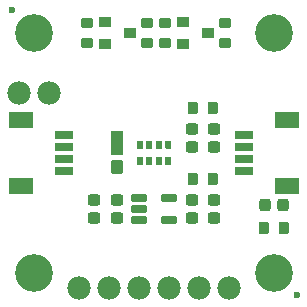
<source format=gts>
%TF.GenerationSoftware,KiCad,Pcbnew,9.0.0*%
%TF.CreationDate,2025-04-11T12:54:07-06:00*%
%TF.ProjectId,SparkFun_AS7343_Qwiic,53706172-6b46-4756-9e5f-415337333433,v01*%
%TF.SameCoordinates,Original*%
%TF.FileFunction,Soldermask,Top*%
%TF.FilePolarity,Negative*%
%FSLAX46Y46*%
G04 Gerber Fmt 4.6, Leading zero omitted, Abs format (unit mm)*
G04 Created by KiCad (PCBNEW 9.0.0) date 2025-04-11 12:54:07*
%MOMM*%
%LPD*%
G01*
G04 APERTURE LIST*
G04 Aperture macros list*
%AMRoundRect*
0 Rectangle with rounded corners*
0 $1 Rounding radius*
0 $2 $3 $4 $5 $6 $7 $8 $9 X,Y pos of 4 corners*
0 Add a 4 corners polygon primitive as box body*
4,1,4,$2,$3,$4,$5,$6,$7,$8,$9,$2,$3,0*
0 Add four circle primitives for the rounded corners*
1,1,$1+$1,$2,$3*
1,1,$1+$1,$4,$5*
1,1,$1+$1,$6,$7*
1,1,$1+$1,$8,$9*
0 Add four rect primitives between the rounded corners*
20,1,$1+$1,$2,$3,$4,$5,0*
20,1,$1+$1,$4,$5,$6,$7,0*
20,1,$1+$1,$6,$7,$8,$9,0*
20,1,$1+$1,$8,$9,$2,$3,0*%
%AMFreePoly0*
4,1,14,0.322855,0.279355,0.337500,0.244000,0.337500,-0.067100,0.322855,-0.102455,0.145955,-0.279355,0.110600,-0.294000,-0.287500,-0.294000,-0.322855,-0.279355,-0.337500,-0.244000,-0.337500,0.244000,-0.322855,0.279355,-0.287500,0.294000,0.287500,0.294000,0.322855,0.279355,0.322855,0.279355,$1*%
G04 Aperture macros list end*
%ADD10RoundRect,0.250000X-0.275000X0.250000X-0.275000X-0.250000X0.275000X-0.250000X0.275000X0.250000X0*%
%ADD11RoundRect,0.250000X0.275000X-0.250000X0.275000X0.250000X-0.275000X0.250000X-0.275000X-0.250000X0*%
%ADD12RoundRect,0.225000X0.225000X0.300000X-0.225000X0.300000X-0.225000X-0.300000X0.225000X-0.300000X0*%
%ADD13RoundRect,0.101600X0.400000X0.950000X-0.400000X0.950000X-0.400000X-0.950000X0.400000X-0.950000X0*%
%ADD14RoundRect,0.101600X0.400000X0.500000X-0.400000X0.500000X-0.400000X-0.500000X0.400000X-0.500000X0*%
%ADD15RoundRect,0.243750X0.243750X0.281250X-0.243750X0.281250X-0.243750X-0.281250X0.243750X-0.281250X0*%
%ADD16C,0.600000*%
%ADD17C,1.979600*%
%ADD18RoundRect,0.225000X-0.225000X-0.300000X0.225000X-0.300000X0.225000X0.300000X-0.225000X0.300000X0*%
%ADD19RoundRect,0.050000X-0.600000X0.275000X-0.600000X-0.275000X0.600000X-0.275000X0.600000X0.275000X0*%
%ADD20RoundRect,0.050000X0.675000X-0.300000X0.675000X0.300000X-0.675000X0.300000X-0.675000X-0.300000X0*%
%ADD21RoundRect,0.050000X1.000000X-0.600000X1.000000X0.600000X-1.000000X0.600000X-1.000000X-0.600000X0*%
%ADD22C,3.200000*%
%ADD23FreePoly0,270.000000*%
%ADD24RoundRect,0.050000X-0.244000X0.287500X-0.244000X-0.287500X0.244000X-0.287500X0.244000X0.287500X0*%
%ADD25RoundRect,0.050000X-0.675000X0.300000X-0.675000X-0.300000X0.675000X-0.300000X0.675000X0.300000X0*%
%ADD26RoundRect,0.050000X-1.000000X0.600000X-1.000000X-0.600000X1.000000X-0.600000X1.000000X0.600000X0*%
%ADD27RoundRect,0.050000X-0.450000X0.400000X-0.450000X-0.400000X0.450000X-0.400000X0.450000X0.400000X0*%
%ADD28RoundRect,0.225000X-0.300000X0.225000X-0.300000X-0.225000X0.300000X-0.225000X0.300000X0.225000X0*%
%ADD29RoundRect,0.225000X0.300000X-0.225000X0.300000X0.225000X-0.300000X0.225000X-0.300000X-0.225000X0*%
G04 APERTURE END LIST*
D10*
%TO.C,C6*%
X17780000Y8712500D03*
X17780000Y7162500D03*
%TD*%
D11*
%TO.C,C3*%
X15875000Y13195000D03*
X15875000Y14745000D03*
%TD*%
D12*
%TO.C,R1*%
X17652500Y16500000D03*
X16002500Y16500000D03*
%TD*%
D13*
%TO.C,D2*%
X9525000Y13527000D03*
D14*
X9525000Y11500000D03*
%TD*%
D10*
%TO.C,C4*%
X17780000Y14745000D03*
X17780000Y13195000D03*
%TD*%
D15*
%TO.C,D1*%
X23647500Y8255000D03*
X22072500Y8255000D03*
%TD*%
D16*
%TO.C,FID3*%
X635000Y24765000D03*
%TD*%
D17*
%TO.C,J3*%
X6350000Y1270000D03*
X8890000Y1270000D03*
X11430000Y1270000D03*
X13970000Y1270000D03*
X16510000Y1270000D03*
X19050000Y1270000D03*
%TD*%
D18*
%TO.C,R2*%
X16002500Y10477500D03*
X17652500Y10477500D03*
%TD*%
D19*
%TO.C,U1*%
X11399900Y8887500D03*
X11399900Y7937500D03*
X11399900Y6987500D03*
X14000100Y6987500D03*
X14000100Y8887500D03*
%TD*%
D20*
%TO.C,J1*%
X20320000Y11200000D03*
X20320000Y12200000D03*
X20320000Y13200000D03*
X20320000Y14200000D03*
D21*
X23995000Y15500000D03*
X23995000Y9900000D03*
%TD*%
D22*
%TO.C,ST3*%
X22860000Y2540000D03*
%TD*%
D16*
%TO.C,FID4*%
X24765000Y635000D03*
%TD*%
D23*
%TO.C,U2*%
X13900000Y13338000D03*
D24*
X13100000Y13338000D03*
X12300000Y13338000D03*
X11500000Y13338000D03*
X11500000Y12062000D03*
X12300000Y12062000D03*
X13100000Y12062000D03*
X13900000Y12062000D03*
%TD*%
D25*
%TO.C,J2*%
X5080000Y14200000D03*
X5080000Y13200000D03*
X5080000Y12200000D03*
X5080000Y11200000D03*
D26*
X1405000Y9900000D03*
X1405000Y15500000D03*
%TD*%
D17*
%TO.C,D3*%
X3810000Y17780000D03*
X1270000Y17780000D03*
%TD*%
D27*
%TO.C,Q1*%
X15192500Y23810000D03*
X15192500Y21910000D03*
X17292500Y22860000D03*
%TD*%
D28*
%TO.C,R5*%
X13652500Y23685000D03*
X13652500Y22035000D03*
%TD*%
D10*
%TO.C,C2*%
X9525000Y8712500D03*
X9525000Y7162500D03*
%TD*%
D18*
%TO.C,R3*%
X22035000Y6350000D03*
X23685000Y6350000D03*
%TD*%
D29*
%TO.C,R4*%
X6985000Y22035000D03*
X6985000Y23685000D03*
%TD*%
D22*
%TO.C,ST2*%
X22860000Y22860000D03*
%TD*%
D10*
%TO.C,C1*%
X15875000Y8712500D03*
X15875000Y7162500D03*
%TD*%
D22*
%TO.C,ST1*%
X2540000Y22860000D03*
%TD*%
D29*
%TO.C,R8*%
X18732500Y22035000D03*
X18732500Y23685000D03*
%TD*%
D10*
%TO.C,C5*%
X7620000Y8712500D03*
X7620000Y7162500D03*
%TD*%
D29*
%TO.C,R7*%
X12065000Y22035000D03*
X12065000Y23685000D03*
%TD*%
D27*
%TO.C,Q2*%
X8525000Y23810000D03*
X8525000Y21910000D03*
X10625000Y22860000D03*
%TD*%
D22*
%TO.C,ST4*%
X2540000Y2540000D03*
%TD*%
M02*

</source>
